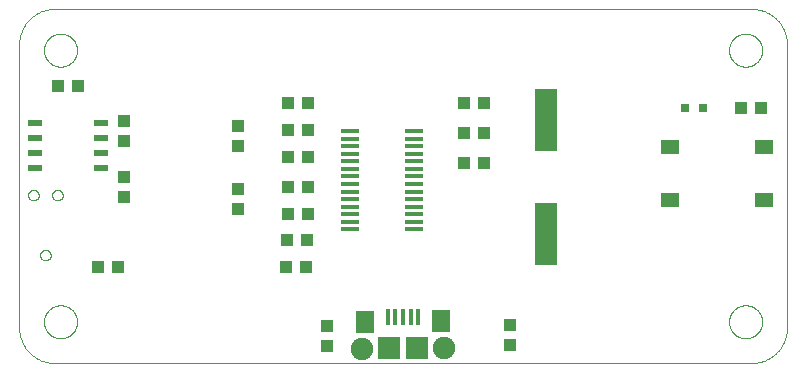
<source format=gtp>
G04 EAGLE Gerber RS-274X export*
G75*
%MOMM*%
%FSLAX34Y34*%
%LPD*%
%INTop solder paste for stencil*%
%IPPOS*%
%AMOC8*
5,1,8,0,0,1.08239X$1,22.5*%
G01*
%ADD10C,0.000000*%
%ADD11R,1.100000X1.000000*%
%ADD12R,1.000000X1.100000*%
%ADD13R,1.500000X0.350000*%
%ADD14R,1.930400X5.334000*%
%ADD15R,0.350000X1.400000*%
%ADD16R,1.546000X1.900000*%
%ADD17R,1.900000X1.900000*%
%ADD18C,1.900000*%
%ADD19R,1.200000X0.600000*%
%ADD20R,1.550000X1.300000*%
%ADD21R,0.800000X0.800000*%


D10*
X29993Y49D02*
X619993Y49D01*
X649993Y30049D02*
X649993Y270000D01*
X619993Y300000D02*
X29993Y300000D01*
X-7Y270000D02*
X-7Y30049D01*
X2Y29324D01*
X28Y28600D01*
X72Y27876D01*
X133Y27154D01*
X212Y26433D01*
X308Y25714D01*
X421Y24998D01*
X552Y24285D01*
X700Y23575D01*
X865Y22870D01*
X1047Y22168D01*
X1246Y21471D01*
X1461Y20778D01*
X1694Y20092D01*
X1943Y19411D01*
X2208Y18736D01*
X2489Y18068D01*
X2787Y17407D01*
X3100Y16753D01*
X3429Y16107D01*
X3774Y15469D01*
X4134Y14840D01*
X4509Y14220D01*
X4899Y13609D01*
X5303Y13007D01*
X5722Y12415D01*
X6156Y11834D01*
X6603Y11263D01*
X7064Y10704D01*
X7538Y10155D01*
X8025Y9619D01*
X8525Y9094D01*
X9038Y8581D01*
X9563Y8081D01*
X10099Y7594D01*
X10648Y7120D01*
X11207Y6659D01*
X11778Y6212D01*
X12359Y5778D01*
X12951Y5359D01*
X13553Y4955D01*
X14164Y4565D01*
X14784Y4190D01*
X15413Y3830D01*
X16051Y3485D01*
X16697Y3156D01*
X17351Y2843D01*
X18012Y2545D01*
X18680Y2264D01*
X19355Y1999D01*
X20036Y1750D01*
X20722Y1517D01*
X21415Y1302D01*
X22112Y1103D01*
X22814Y921D01*
X23519Y756D01*
X24229Y608D01*
X24942Y477D01*
X25658Y364D01*
X26377Y268D01*
X27098Y189D01*
X27820Y128D01*
X28544Y84D01*
X29268Y58D01*
X29993Y49D01*
X619993Y49D02*
X620718Y58D01*
X621442Y84D01*
X622166Y128D01*
X622888Y189D01*
X623609Y268D01*
X624328Y364D01*
X625044Y477D01*
X625757Y608D01*
X626467Y756D01*
X627172Y921D01*
X627874Y1103D01*
X628571Y1302D01*
X629264Y1517D01*
X629950Y1750D01*
X630631Y1999D01*
X631306Y2264D01*
X631974Y2545D01*
X632635Y2843D01*
X633289Y3156D01*
X633935Y3485D01*
X634573Y3830D01*
X635202Y4190D01*
X635822Y4565D01*
X636433Y4955D01*
X637035Y5359D01*
X637627Y5778D01*
X638208Y6212D01*
X638779Y6659D01*
X639338Y7120D01*
X639887Y7594D01*
X640423Y8081D01*
X640948Y8581D01*
X641461Y9094D01*
X641961Y9619D01*
X642448Y10155D01*
X642922Y10704D01*
X643383Y11263D01*
X643830Y11834D01*
X644264Y12415D01*
X644683Y13007D01*
X645087Y13609D01*
X645477Y14220D01*
X645852Y14840D01*
X646212Y15469D01*
X646557Y16107D01*
X646886Y16753D01*
X647199Y17407D01*
X647497Y18068D01*
X647778Y18736D01*
X648043Y19411D01*
X648292Y20092D01*
X648525Y20778D01*
X648740Y21471D01*
X648939Y22168D01*
X649121Y22870D01*
X649286Y23575D01*
X649434Y24285D01*
X649565Y24998D01*
X649678Y25714D01*
X649774Y26433D01*
X649853Y27154D01*
X649914Y27876D01*
X649958Y28600D01*
X649984Y29324D01*
X649993Y30049D01*
X649993Y270000D02*
X649984Y270725D01*
X649958Y271449D01*
X649914Y272173D01*
X649853Y272895D01*
X649774Y273616D01*
X649678Y274335D01*
X649565Y275051D01*
X649434Y275764D01*
X649286Y276474D01*
X649121Y277179D01*
X648939Y277881D01*
X648740Y278578D01*
X648525Y279271D01*
X648292Y279957D01*
X648043Y280638D01*
X647778Y281313D01*
X647497Y281981D01*
X647199Y282642D01*
X646886Y283296D01*
X646557Y283942D01*
X646212Y284580D01*
X645852Y285209D01*
X645477Y285829D01*
X645087Y286440D01*
X644683Y287042D01*
X644264Y287634D01*
X643830Y288215D01*
X643383Y288786D01*
X642922Y289345D01*
X642448Y289894D01*
X641961Y290430D01*
X641461Y290955D01*
X640948Y291468D01*
X640423Y291968D01*
X639887Y292455D01*
X639338Y292929D01*
X638779Y293390D01*
X638208Y293837D01*
X637627Y294271D01*
X637035Y294690D01*
X636433Y295094D01*
X635822Y295484D01*
X635202Y295859D01*
X634573Y296219D01*
X633935Y296564D01*
X633289Y296893D01*
X632635Y297206D01*
X631974Y297504D01*
X631306Y297785D01*
X630631Y298050D01*
X629950Y298299D01*
X629264Y298532D01*
X628571Y298747D01*
X627874Y298946D01*
X627172Y299128D01*
X626467Y299293D01*
X625757Y299441D01*
X625044Y299572D01*
X624328Y299685D01*
X623609Y299781D01*
X622888Y299860D01*
X622166Y299921D01*
X621442Y299965D01*
X620718Y299991D01*
X619993Y300000D01*
X29993Y300000D02*
X29268Y299991D01*
X28544Y299965D01*
X27820Y299921D01*
X27098Y299860D01*
X26377Y299781D01*
X25658Y299685D01*
X24942Y299572D01*
X24229Y299441D01*
X23519Y299293D01*
X22814Y299128D01*
X22112Y298946D01*
X21415Y298747D01*
X20722Y298532D01*
X20036Y298299D01*
X19355Y298050D01*
X18680Y297785D01*
X18012Y297504D01*
X17351Y297206D01*
X16697Y296893D01*
X16051Y296564D01*
X15413Y296219D01*
X14784Y295859D01*
X14164Y295484D01*
X13553Y295094D01*
X12951Y294690D01*
X12359Y294271D01*
X11778Y293837D01*
X11207Y293390D01*
X10648Y292929D01*
X10099Y292455D01*
X9563Y291968D01*
X9038Y291468D01*
X8525Y290955D01*
X8025Y290430D01*
X7538Y289894D01*
X7064Y289345D01*
X6603Y288786D01*
X6156Y288215D01*
X5722Y287634D01*
X5303Y287042D01*
X4899Y286440D01*
X4509Y285829D01*
X4134Y285209D01*
X3774Y284580D01*
X3429Y283942D01*
X3100Y283296D01*
X2787Y282642D01*
X2489Y281981D01*
X2208Y281313D01*
X1943Y280638D01*
X1694Y279957D01*
X1461Y279271D01*
X1246Y278578D01*
X1047Y277881D01*
X865Y277179D01*
X700Y276474D01*
X552Y275764D01*
X421Y275051D01*
X308Y274335D01*
X212Y273616D01*
X133Y272895D01*
X72Y272173D01*
X28Y271449D01*
X2Y270725D01*
X-7Y270000D01*
X20993Y265000D02*
X20997Y265344D01*
X21010Y265687D01*
X21031Y266030D01*
X21060Y266372D01*
X21098Y266714D01*
X21145Y267054D01*
X21199Y267393D01*
X21262Y267731D01*
X21333Y268067D01*
X21413Y268402D01*
X21500Y268734D01*
X21596Y269064D01*
X21700Y269392D01*
X21811Y269716D01*
X21931Y270039D01*
X22059Y270358D01*
X22194Y270673D01*
X22337Y270986D01*
X22488Y271295D01*
X22646Y271600D01*
X22812Y271901D01*
X22985Y272197D01*
X23165Y272490D01*
X23352Y272778D01*
X23547Y273061D01*
X23748Y273340D01*
X23956Y273613D01*
X24171Y273882D01*
X24392Y274144D01*
X24620Y274402D01*
X24854Y274654D01*
X25094Y274899D01*
X25339Y275139D01*
X25591Y275373D01*
X25849Y275601D01*
X26111Y275822D01*
X26380Y276037D01*
X26653Y276245D01*
X26932Y276446D01*
X27215Y276641D01*
X27503Y276828D01*
X27796Y277008D01*
X28092Y277181D01*
X28393Y277347D01*
X28698Y277505D01*
X29007Y277656D01*
X29320Y277799D01*
X29635Y277934D01*
X29954Y278062D01*
X30277Y278182D01*
X30601Y278293D01*
X30929Y278397D01*
X31259Y278493D01*
X31591Y278580D01*
X31926Y278660D01*
X32262Y278731D01*
X32600Y278794D01*
X32939Y278848D01*
X33279Y278895D01*
X33621Y278933D01*
X33963Y278962D01*
X34306Y278983D01*
X34649Y278996D01*
X34993Y279000D01*
X35337Y278996D01*
X35680Y278983D01*
X36023Y278962D01*
X36365Y278933D01*
X36707Y278895D01*
X37047Y278848D01*
X37386Y278794D01*
X37724Y278731D01*
X38060Y278660D01*
X38395Y278580D01*
X38727Y278493D01*
X39057Y278397D01*
X39385Y278293D01*
X39709Y278182D01*
X40032Y278062D01*
X40351Y277934D01*
X40666Y277799D01*
X40979Y277656D01*
X41288Y277505D01*
X41593Y277347D01*
X41894Y277181D01*
X42190Y277008D01*
X42483Y276828D01*
X42771Y276641D01*
X43054Y276446D01*
X43333Y276245D01*
X43606Y276037D01*
X43875Y275822D01*
X44137Y275601D01*
X44395Y275373D01*
X44647Y275139D01*
X44892Y274899D01*
X45132Y274654D01*
X45366Y274402D01*
X45594Y274144D01*
X45815Y273882D01*
X46030Y273613D01*
X46238Y273340D01*
X46439Y273061D01*
X46634Y272778D01*
X46821Y272490D01*
X47001Y272197D01*
X47174Y271901D01*
X47340Y271600D01*
X47498Y271295D01*
X47649Y270986D01*
X47792Y270673D01*
X47927Y270358D01*
X48055Y270039D01*
X48175Y269716D01*
X48286Y269392D01*
X48390Y269064D01*
X48486Y268734D01*
X48573Y268402D01*
X48653Y268067D01*
X48724Y267731D01*
X48787Y267393D01*
X48841Y267054D01*
X48888Y266714D01*
X48926Y266372D01*
X48955Y266030D01*
X48976Y265687D01*
X48989Y265344D01*
X48993Y265000D01*
X48989Y264656D01*
X48976Y264313D01*
X48955Y263970D01*
X48926Y263628D01*
X48888Y263286D01*
X48841Y262946D01*
X48787Y262607D01*
X48724Y262269D01*
X48653Y261933D01*
X48573Y261598D01*
X48486Y261266D01*
X48390Y260936D01*
X48286Y260608D01*
X48175Y260284D01*
X48055Y259961D01*
X47927Y259642D01*
X47792Y259327D01*
X47649Y259014D01*
X47498Y258705D01*
X47340Y258400D01*
X47174Y258099D01*
X47001Y257803D01*
X46821Y257510D01*
X46634Y257222D01*
X46439Y256939D01*
X46238Y256660D01*
X46030Y256387D01*
X45815Y256118D01*
X45594Y255856D01*
X45366Y255598D01*
X45132Y255346D01*
X44892Y255101D01*
X44647Y254861D01*
X44395Y254627D01*
X44137Y254399D01*
X43875Y254178D01*
X43606Y253963D01*
X43333Y253755D01*
X43054Y253554D01*
X42771Y253359D01*
X42483Y253172D01*
X42190Y252992D01*
X41894Y252819D01*
X41593Y252653D01*
X41288Y252495D01*
X40979Y252344D01*
X40666Y252201D01*
X40351Y252066D01*
X40032Y251938D01*
X39709Y251818D01*
X39385Y251707D01*
X39057Y251603D01*
X38727Y251507D01*
X38395Y251420D01*
X38060Y251340D01*
X37724Y251269D01*
X37386Y251206D01*
X37047Y251152D01*
X36707Y251105D01*
X36365Y251067D01*
X36023Y251038D01*
X35680Y251017D01*
X35337Y251004D01*
X34993Y251000D01*
X34649Y251004D01*
X34306Y251017D01*
X33963Y251038D01*
X33621Y251067D01*
X33279Y251105D01*
X32939Y251152D01*
X32600Y251206D01*
X32262Y251269D01*
X31926Y251340D01*
X31591Y251420D01*
X31259Y251507D01*
X30929Y251603D01*
X30601Y251707D01*
X30277Y251818D01*
X29954Y251938D01*
X29635Y252066D01*
X29320Y252201D01*
X29007Y252344D01*
X28698Y252495D01*
X28393Y252653D01*
X28092Y252819D01*
X27796Y252992D01*
X27503Y253172D01*
X27215Y253359D01*
X26932Y253554D01*
X26653Y253755D01*
X26380Y253963D01*
X26111Y254178D01*
X25849Y254399D01*
X25591Y254627D01*
X25339Y254861D01*
X25094Y255101D01*
X24854Y255346D01*
X24620Y255598D01*
X24392Y255856D01*
X24171Y256118D01*
X23956Y256387D01*
X23748Y256660D01*
X23547Y256939D01*
X23352Y257222D01*
X23165Y257510D01*
X22985Y257803D01*
X22812Y258099D01*
X22646Y258400D01*
X22488Y258705D01*
X22337Y259014D01*
X22194Y259327D01*
X22059Y259642D01*
X21931Y259961D01*
X21811Y260284D01*
X21700Y260608D01*
X21596Y260936D01*
X21500Y261266D01*
X21413Y261598D01*
X21333Y261933D01*
X21262Y262269D01*
X21199Y262607D01*
X21145Y262946D01*
X21098Y263286D01*
X21060Y263628D01*
X21031Y263970D01*
X21010Y264313D01*
X20997Y264656D01*
X20993Y265000D01*
X600993Y265000D02*
X600997Y265344D01*
X601010Y265687D01*
X601031Y266030D01*
X601060Y266372D01*
X601098Y266714D01*
X601145Y267054D01*
X601199Y267393D01*
X601262Y267731D01*
X601333Y268067D01*
X601413Y268402D01*
X601500Y268734D01*
X601596Y269064D01*
X601700Y269392D01*
X601811Y269716D01*
X601931Y270039D01*
X602059Y270358D01*
X602194Y270673D01*
X602337Y270986D01*
X602488Y271295D01*
X602646Y271600D01*
X602812Y271901D01*
X602985Y272197D01*
X603165Y272490D01*
X603352Y272778D01*
X603547Y273061D01*
X603748Y273340D01*
X603956Y273613D01*
X604171Y273882D01*
X604392Y274144D01*
X604620Y274402D01*
X604854Y274654D01*
X605094Y274899D01*
X605339Y275139D01*
X605591Y275373D01*
X605849Y275601D01*
X606111Y275822D01*
X606380Y276037D01*
X606653Y276245D01*
X606932Y276446D01*
X607215Y276641D01*
X607503Y276828D01*
X607796Y277008D01*
X608092Y277181D01*
X608393Y277347D01*
X608698Y277505D01*
X609007Y277656D01*
X609320Y277799D01*
X609635Y277934D01*
X609954Y278062D01*
X610277Y278182D01*
X610601Y278293D01*
X610929Y278397D01*
X611259Y278493D01*
X611591Y278580D01*
X611926Y278660D01*
X612262Y278731D01*
X612600Y278794D01*
X612939Y278848D01*
X613279Y278895D01*
X613621Y278933D01*
X613963Y278962D01*
X614306Y278983D01*
X614649Y278996D01*
X614993Y279000D01*
X615337Y278996D01*
X615680Y278983D01*
X616023Y278962D01*
X616365Y278933D01*
X616707Y278895D01*
X617047Y278848D01*
X617386Y278794D01*
X617724Y278731D01*
X618060Y278660D01*
X618395Y278580D01*
X618727Y278493D01*
X619057Y278397D01*
X619385Y278293D01*
X619709Y278182D01*
X620032Y278062D01*
X620351Y277934D01*
X620666Y277799D01*
X620979Y277656D01*
X621288Y277505D01*
X621593Y277347D01*
X621894Y277181D01*
X622190Y277008D01*
X622483Y276828D01*
X622771Y276641D01*
X623054Y276446D01*
X623333Y276245D01*
X623606Y276037D01*
X623875Y275822D01*
X624137Y275601D01*
X624395Y275373D01*
X624647Y275139D01*
X624892Y274899D01*
X625132Y274654D01*
X625366Y274402D01*
X625594Y274144D01*
X625815Y273882D01*
X626030Y273613D01*
X626238Y273340D01*
X626439Y273061D01*
X626634Y272778D01*
X626821Y272490D01*
X627001Y272197D01*
X627174Y271901D01*
X627340Y271600D01*
X627498Y271295D01*
X627649Y270986D01*
X627792Y270673D01*
X627927Y270358D01*
X628055Y270039D01*
X628175Y269716D01*
X628286Y269392D01*
X628390Y269064D01*
X628486Y268734D01*
X628573Y268402D01*
X628653Y268067D01*
X628724Y267731D01*
X628787Y267393D01*
X628841Y267054D01*
X628888Y266714D01*
X628926Y266372D01*
X628955Y266030D01*
X628976Y265687D01*
X628989Y265344D01*
X628993Y265000D01*
X628989Y264656D01*
X628976Y264313D01*
X628955Y263970D01*
X628926Y263628D01*
X628888Y263286D01*
X628841Y262946D01*
X628787Y262607D01*
X628724Y262269D01*
X628653Y261933D01*
X628573Y261598D01*
X628486Y261266D01*
X628390Y260936D01*
X628286Y260608D01*
X628175Y260284D01*
X628055Y259961D01*
X627927Y259642D01*
X627792Y259327D01*
X627649Y259014D01*
X627498Y258705D01*
X627340Y258400D01*
X627174Y258099D01*
X627001Y257803D01*
X626821Y257510D01*
X626634Y257222D01*
X626439Y256939D01*
X626238Y256660D01*
X626030Y256387D01*
X625815Y256118D01*
X625594Y255856D01*
X625366Y255598D01*
X625132Y255346D01*
X624892Y255101D01*
X624647Y254861D01*
X624395Y254627D01*
X624137Y254399D01*
X623875Y254178D01*
X623606Y253963D01*
X623333Y253755D01*
X623054Y253554D01*
X622771Y253359D01*
X622483Y253172D01*
X622190Y252992D01*
X621894Y252819D01*
X621593Y252653D01*
X621288Y252495D01*
X620979Y252344D01*
X620666Y252201D01*
X620351Y252066D01*
X620032Y251938D01*
X619709Y251818D01*
X619385Y251707D01*
X619057Y251603D01*
X618727Y251507D01*
X618395Y251420D01*
X618060Y251340D01*
X617724Y251269D01*
X617386Y251206D01*
X617047Y251152D01*
X616707Y251105D01*
X616365Y251067D01*
X616023Y251038D01*
X615680Y251017D01*
X615337Y251004D01*
X614993Y251000D01*
X614649Y251004D01*
X614306Y251017D01*
X613963Y251038D01*
X613621Y251067D01*
X613279Y251105D01*
X612939Y251152D01*
X612600Y251206D01*
X612262Y251269D01*
X611926Y251340D01*
X611591Y251420D01*
X611259Y251507D01*
X610929Y251603D01*
X610601Y251707D01*
X610277Y251818D01*
X609954Y251938D01*
X609635Y252066D01*
X609320Y252201D01*
X609007Y252344D01*
X608698Y252495D01*
X608393Y252653D01*
X608092Y252819D01*
X607796Y252992D01*
X607503Y253172D01*
X607215Y253359D01*
X606932Y253554D01*
X606653Y253755D01*
X606380Y253963D01*
X606111Y254178D01*
X605849Y254399D01*
X605591Y254627D01*
X605339Y254861D01*
X605094Y255101D01*
X604854Y255346D01*
X604620Y255598D01*
X604392Y255856D01*
X604171Y256118D01*
X603956Y256387D01*
X603748Y256660D01*
X603547Y256939D01*
X603352Y257222D01*
X603165Y257510D01*
X602985Y257803D01*
X602812Y258099D01*
X602646Y258400D01*
X602488Y258705D01*
X602337Y259014D01*
X602194Y259327D01*
X602059Y259642D01*
X601931Y259961D01*
X601811Y260284D01*
X601700Y260608D01*
X601596Y260936D01*
X601500Y261266D01*
X601413Y261598D01*
X601333Y261933D01*
X601262Y262269D01*
X601199Y262607D01*
X601145Y262946D01*
X601098Y263286D01*
X601060Y263628D01*
X601031Y263970D01*
X601010Y264313D01*
X600997Y264656D01*
X600993Y265000D01*
X20993Y35049D02*
X20997Y35393D01*
X21010Y35736D01*
X21031Y36079D01*
X21060Y36421D01*
X21098Y36763D01*
X21145Y37103D01*
X21199Y37442D01*
X21262Y37780D01*
X21333Y38116D01*
X21413Y38451D01*
X21500Y38783D01*
X21596Y39113D01*
X21700Y39441D01*
X21811Y39765D01*
X21931Y40088D01*
X22059Y40407D01*
X22194Y40722D01*
X22337Y41035D01*
X22488Y41344D01*
X22646Y41649D01*
X22812Y41950D01*
X22985Y42246D01*
X23165Y42539D01*
X23352Y42827D01*
X23547Y43110D01*
X23748Y43389D01*
X23956Y43662D01*
X24171Y43931D01*
X24392Y44193D01*
X24620Y44451D01*
X24854Y44703D01*
X25094Y44948D01*
X25339Y45188D01*
X25591Y45422D01*
X25849Y45650D01*
X26111Y45871D01*
X26380Y46086D01*
X26653Y46294D01*
X26932Y46495D01*
X27215Y46690D01*
X27503Y46877D01*
X27796Y47057D01*
X28092Y47230D01*
X28393Y47396D01*
X28698Y47554D01*
X29007Y47705D01*
X29320Y47848D01*
X29635Y47983D01*
X29954Y48111D01*
X30277Y48231D01*
X30601Y48342D01*
X30929Y48446D01*
X31259Y48542D01*
X31591Y48629D01*
X31926Y48709D01*
X32262Y48780D01*
X32600Y48843D01*
X32939Y48897D01*
X33279Y48944D01*
X33621Y48982D01*
X33963Y49011D01*
X34306Y49032D01*
X34649Y49045D01*
X34993Y49049D01*
X35337Y49045D01*
X35680Y49032D01*
X36023Y49011D01*
X36365Y48982D01*
X36707Y48944D01*
X37047Y48897D01*
X37386Y48843D01*
X37724Y48780D01*
X38060Y48709D01*
X38395Y48629D01*
X38727Y48542D01*
X39057Y48446D01*
X39385Y48342D01*
X39709Y48231D01*
X40032Y48111D01*
X40351Y47983D01*
X40666Y47848D01*
X40979Y47705D01*
X41288Y47554D01*
X41593Y47396D01*
X41894Y47230D01*
X42190Y47057D01*
X42483Y46877D01*
X42771Y46690D01*
X43054Y46495D01*
X43333Y46294D01*
X43606Y46086D01*
X43875Y45871D01*
X44137Y45650D01*
X44395Y45422D01*
X44647Y45188D01*
X44892Y44948D01*
X45132Y44703D01*
X45366Y44451D01*
X45594Y44193D01*
X45815Y43931D01*
X46030Y43662D01*
X46238Y43389D01*
X46439Y43110D01*
X46634Y42827D01*
X46821Y42539D01*
X47001Y42246D01*
X47174Y41950D01*
X47340Y41649D01*
X47498Y41344D01*
X47649Y41035D01*
X47792Y40722D01*
X47927Y40407D01*
X48055Y40088D01*
X48175Y39765D01*
X48286Y39441D01*
X48390Y39113D01*
X48486Y38783D01*
X48573Y38451D01*
X48653Y38116D01*
X48724Y37780D01*
X48787Y37442D01*
X48841Y37103D01*
X48888Y36763D01*
X48926Y36421D01*
X48955Y36079D01*
X48976Y35736D01*
X48989Y35393D01*
X48993Y35049D01*
X48989Y34705D01*
X48976Y34362D01*
X48955Y34019D01*
X48926Y33677D01*
X48888Y33335D01*
X48841Y32995D01*
X48787Y32656D01*
X48724Y32318D01*
X48653Y31982D01*
X48573Y31647D01*
X48486Y31315D01*
X48390Y30985D01*
X48286Y30657D01*
X48175Y30333D01*
X48055Y30010D01*
X47927Y29691D01*
X47792Y29376D01*
X47649Y29063D01*
X47498Y28754D01*
X47340Y28449D01*
X47174Y28148D01*
X47001Y27852D01*
X46821Y27559D01*
X46634Y27271D01*
X46439Y26988D01*
X46238Y26709D01*
X46030Y26436D01*
X45815Y26167D01*
X45594Y25905D01*
X45366Y25647D01*
X45132Y25395D01*
X44892Y25150D01*
X44647Y24910D01*
X44395Y24676D01*
X44137Y24448D01*
X43875Y24227D01*
X43606Y24012D01*
X43333Y23804D01*
X43054Y23603D01*
X42771Y23408D01*
X42483Y23221D01*
X42190Y23041D01*
X41894Y22868D01*
X41593Y22702D01*
X41288Y22544D01*
X40979Y22393D01*
X40666Y22250D01*
X40351Y22115D01*
X40032Y21987D01*
X39709Y21867D01*
X39385Y21756D01*
X39057Y21652D01*
X38727Y21556D01*
X38395Y21469D01*
X38060Y21389D01*
X37724Y21318D01*
X37386Y21255D01*
X37047Y21201D01*
X36707Y21154D01*
X36365Y21116D01*
X36023Y21087D01*
X35680Y21066D01*
X35337Y21053D01*
X34993Y21049D01*
X34649Y21053D01*
X34306Y21066D01*
X33963Y21087D01*
X33621Y21116D01*
X33279Y21154D01*
X32939Y21201D01*
X32600Y21255D01*
X32262Y21318D01*
X31926Y21389D01*
X31591Y21469D01*
X31259Y21556D01*
X30929Y21652D01*
X30601Y21756D01*
X30277Y21867D01*
X29954Y21987D01*
X29635Y22115D01*
X29320Y22250D01*
X29007Y22393D01*
X28698Y22544D01*
X28393Y22702D01*
X28092Y22868D01*
X27796Y23041D01*
X27503Y23221D01*
X27215Y23408D01*
X26932Y23603D01*
X26653Y23804D01*
X26380Y24012D01*
X26111Y24227D01*
X25849Y24448D01*
X25591Y24676D01*
X25339Y24910D01*
X25094Y25150D01*
X24854Y25395D01*
X24620Y25647D01*
X24392Y25905D01*
X24171Y26167D01*
X23956Y26436D01*
X23748Y26709D01*
X23547Y26988D01*
X23352Y27271D01*
X23165Y27559D01*
X22985Y27852D01*
X22812Y28148D01*
X22646Y28449D01*
X22488Y28754D01*
X22337Y29063D01*
X22194Y29376D01*
X22059Y29691D01*
X21931Y30010D01*
X21811Y30333D01*
X21700Y30657D01*
X21596Y30985D01*
X21500Y31315D01*
X21413Y31647D01*
X21333Y31982D01*
X21262Y32318D01*
X21199Y32656D01*
X21145Y32995D01*
X21098Y33335D01*
X21060Y33677D01*
X21031Y34019D01*
X21010Y34362D01*
X20997Y34705D01*
X20993Y35049D01*
X600993Y35049D02*
X600997Y35393D01*
X601010Y35736D01*
X601031Y36079D01*
X601060Y36421D01*
X601098Y36763D01*
X601145Y37103D01*
X601199Y37442D01*
X601262Y37780D01*
X601333Y38116D01*
X601413Y38451D01*
X601500Y38783D01*
X601596Y39113D01*
X601700Y39441D01*
X601811Y39765D01*
X601931Y40088D01*
X602059Y40407D01*
X602194Y40722D01*
X602337Y41035D01*
X602488Y41344D01*
X602646Y41649D01*
X602812Y41950D01*
X602985Y42246D01*
X603165Y42539D01*
X603352Y42827D01*
X603547Y43110D01*
X603748Y43389D01*
X603956Y43662D01*
X604171Y43931D01*
X604392Y44193D01*
X604620Y44451D01*
X604854Y44703D01*
X605094Y44948D01*
X605339Y45188D01*
X605591Y45422D01*
X605849Y45650D01*
X606111Y45871D01*
X606380Y46086D01*
X606653Y46294D01*
X606932Y46495D01*
X607215Y46690D01*
X607503Y46877D01*
X607796Y47057D01*
X608092Y47230D01*
X608393Y47396D01*
X608698Y47554D01*
X609007Y47705D01*
X609320Y47848D01*
X609635Y47983D01*
X609954Y48111D01*
X610277Y48231D01*
X610601Y48342D01*
X610929Y48446D01*
X611259Y48542D01*
X611591Y48629D01*
X611926Y48709D01*
X612262Y48780D01*
X612600Y48843D01*
X612939Y48897D01*
X613279Y48944D01*
X613621Y48982D01*
X613963Y49011D01*
X614306Y49032D01*
X614649Y49045D01*
X614993Y49049D01*
X615337Y49045D01*
X615680Y49032D01*
X616023Y49011D01*
X616365Y48982D01*
X616707Y48944D01*
X617047Y48897D01*
X617386Y48843D01*
X617724Y48780D01*
X618060Y48709D01*
X618395Y48629D01*
X618727Y48542D01*
X619057Y48446D01*
X619385Y48342D01*
X619709Y48231D01*
X620032Y48111D01*
X620351Y47983D01*
X620666Y47848D01*
X620979Y47705D01*
X621288Y47554D01*
X621593Y47396D01*
X621894Y47230D01*
X622190Y47057D01*
X622483Y46877D01*
X622771Y46690D01*
X623054Y46495D01*
X623333Y46294D01*
X623606Y46086D01*
X623875Y45871D01*
X624137Y45650D01*
X624395Y45422D01*
X624647Y45188D01*
X624892Y44948D01*
X625132Y44703D01*
X625366Y44451D01*
X625594Y44193D01*
X625815Y43931D01*
X626030Y43662D01*
X626238Y43389D01*
X626439Y43110D01*
X626634Y42827D01*
X626821Y42539D01*
X627001Y42246D01*
X627174Y41950D01*
X627340Y41649D01*
X627498Y41344D01*
X627649Y41035D01*
X627792Y40722D01*
X627927Y40407D01*
X628055Y40088D01*
X628175Y39765D01*
X628286Y39441D01*
X628390Y39113D01*
X628486Y38783D01*
X628573Y38451D01*
X628653Y38116D01*
X628724Y37780D01*
X628787Y37442D01*
X628841Y37103D01*
X628888Y36763D01*
X628926Y36421D01*
X628955Y36079D01*
X628976Y35736D01*
X628989Y35393D01*
X628993Y35049D01*
X628989Y34705D01*
X628976Y34362D01*
X628955Y34019D01*
X628926Y33677D01*
X628888Y33335D01*
X628841Y32995D01*
X628787Y32656D01*
X628724Y32318D01*
X628653Y31982D01*
X628573Y31647D01*
X628486Y31315D01*
X628390Y30985D01*
X628286Y30657D01*
X628175Y30333D01*
X628055Y30010D01*
X627927Y29691D01*
X627792Y29376D01*
X627649Y29063D01*
X627498Y28754D01*
X627340Y28449D01*
X627174Y28148D01*
X627001Y27852D01*
X626821Y27559D01*
X626634Y27271D01*
X626439Y26988D01*
X626238Y26709D01*
X626030Y26436D01*
X625815Y26167D01*
X625594Y25905D01*
X625366Y25647D01*
X625132Y25395D01*
X624892Y25150D01*
X624647Y24910D01*
X624395Y24676D01*
X624137Y24448D01*
X623875Y24227D01*
X623606Y24012D01*
X623333Y23804D01*
X623054Y23603D01*
X622771Y23408D01*
X622483Y23221D01*
X622190Y23041D01*
X621894Y22868D01*
X621593Y22702D01*
X621288Y22544D01*
X620979Y22393D01*
X620666Y22250D01*
X620351Y22115D01*
X620032Y21987D01*
X619709Y21867D01*
X619385Y21756D01*
X619057Y21652D01*
X618727Y21556D01*
X618395Y21469D01*
X618060Y21389D01*
X617724Y21318D01*
X617386Y21255D01*
X617047Y21201D01*
X616707Y21154D01*
X616365Y21116D01*
X616023Y21087D01*
X615680Y21066D01*
X615337Y21053D01*
X614993Y21049D01*
X614649Y21053D01*
X614306Y21066D01*
X613963Y21087D01*
X613621Y21116D01*
X613279Y21154D01*
X612939Y21201D01*
X612600Y21255D01*
X612262Y21318D01*
X611926Y21389D01*
X611591Y21469D01*
X611259Y21556D01*
X610929Y21652D01*
X610601Y21756D01*
X610277Y21867D01*
X609954Y21987D01*
X609635Y22115D01*
X609320Y22250D01*
X609007Y22393D01*
X608698Y22544D01*
X608393Y22702D01*
X608092Y22868D01*
X607796Y23041D01*
X607503Y23221D01*
X607215Y23408D01*
X606932Y23603D01*
X606653Y23804D01*
X606380Y24012D01*
X606111Y24227D01*
X605849Y24448D01*
X605591Y24676D01*
X605339Y24910D01*
X605094Y25150D01*
X604854Y25395D01*
X604620Y25647D01*
X604392Y25905D01*
X604171Y26167D01*
X603956Y26436D01*
X603748Y26709D01*
X603547Y26988D01*
X603352Y27271D01*
X603165Y27559D01*
X602985Y27852D01*
X602812Y28148D01*
X602646Y28449D01*
X602488Y28754D01*
X602337Y29063D01*
X602194Y29376D01*
X602059Y29691D01*
X601931Y30010D01*
X601811Y30333D01*
X601700Y30657D01*
X601596Y30985D01*
X601500Y31315D01*
X601413Y31647D01*
X601333Y31982D01*
X601262Y32318D01*
X601199Y32656D01*
X601145Y32995D01*
X601098Y33335D01*
X601060Y33677D01*
X601031Y34019D01*
X601010Y34362D01*
X600997Y34705D01*
X600993Y35049D01*
D11*
X393945Y194945D03*
X376945Y194945D03*
X393945Y169545D03*
X376945Y169545D03*
X225815Y81280D03*
X242815Y81280D03*
X227085Y104140D03*
X244085Y104140D03*
D12*
X185420Y183905D03*
X185420Y200905D03*
X185420Y147565D03*
X185420Y130565D03*
X393945Y220345D03*
X376945Y220345D03*
X227720Y220345D03*
X244720Y220345D03*
X227720Y149225D03*
X244720Y149225D03*
X227720Y126365D03*
X244720Y126365D03*
X244720Y197485D03*
X227720Y197485D03*
X244720Y174625D03*
X227720Y174625D03*
D13*
X280340Y158140D03*
X334340Y158140D03*
X280340Y151940D03*
X334340Y151740D03*
X334340Y164540D03*
X280340Y164540D03*
X280340Y170940D03*
X334340Y170940D03*
X334340Y145340D03*
X334340Y138940D03*
X280340Y145340D03*
X280340Y138940D03*
X280340Y177340D03*
X280340Y132540D03*
X334340Y132540D03*
X334340Y177340D03*
X280340Y183740D03*
X334340Y183740D03*
X334340Y126140D03*
X280340Y126140D03*
X280340Y119740D03*
X334340Y119740D03*
X334340Y190140D03*
X280340Y190140D03*
X280340Y196540D03*
X334340Y196540D03*
X334340Y113340D03*
X280340Y113340D03*
D14*
X445770Y205740D03*
X445770Y109220D03*
D15*
X312000Y39200D03*
X338000Y39200D03*
X318500Y39200D03*
X325000Y39200D03*
X331500Y39200D03*
D16*
X292488Y35052D03*
X357258Y35560D03*
D17*
X313062Y12700D03*
X336684Y12700D03*
D18*
X289948Y12192D03*
X359798Y12954D03*
D12*
X260350Y14360D03*
X260350Y31360D03*
D11*
X67065Y81280D03*
X84065Y81280D03*
D12*
X415290Y15630D03*
X415290Y32630D03*
D11*
X49775Y234950D03*
X32775Y234950D03*
D19*
X13275Y203200D03*
X13275Y190500D03*
X13275Y177800D03*
X13275Y165100D03*
X69275Y165100D03*
X69275Y177800D03*
X69275Y190500D03*
X69275Y203200D03*
D11*
X88900Y188350D03*
X88900Y205350D03*
X88900Y157725D03*
X88900Y140725D03*
D10*
X17780Y91440D02*
X17782Y91573D01*
X17788Y91706D01*
X17798Y91838D01*
X17812Y91971D01*
X17830Y92102D01*
X17851Y92234D01*
X17877Y92364D01*
X17907Y92494D01*
X17940Y92623D01*
X17977Y92750D01*
X18019Y92877D01*
X18063Y93002D01*
X18112Y93126D01*
X18164Y93248D01*
X18220Y93369D01*
X18280Y93488D01*
X18343Y93605D01*
X18409Y93720D01*
X18479Y93833D01*
X18552Y93944D01*
X18629Y94053D01*
X18709Y94159D01*
X18792Y94263D01*
X18878Y94365D01*
X18967Y94463D01*
X19058Y94559D01*
X19153Y94653D01*
X19251Y94743D01*
X19351Y94831D01*
X19454Y94915D01*
X19559Y94997D01*
X19666Y95075D01*
X19776Y95150D01*
X19888Y95221D01*
X20003Y95289D01*
X20119Y95354D01*
X20237Y95416D01*
X20357Y95473D01*
X20478Y95527D01*
X20601Y95578D01*
X20726Y95624D01*
X20851Y95667D01*
X20979Y95707D01*
X21107Y95742D01*
X21236Y95774D01*
X21366Y95801D01*
X21497Y95825D01*
X21628Y95845D01*
X21760Y95861D01*
X21893Y95873D01*
X22026Y95881D01*
X22159Y95885D01*
X22291Y95885D01*
X22424Y95881D01*
X22557Y95873D01*
X22690Y95861D01*
X22822Y95845D01*
X22953Y95825D01*
X23084Y95801D01*
X23214Y95774D01*
X23343Y95742D01*
X23471Y95707D01*
X23599Y95667D01*
X23724Y95624D01*
X23849Y95578D01*
X23972Y95527D01*
X24093Y95473D01*
X24213Y95416D01*
X24331Y95354D01*
X24448Y95289D01*
X24562Y95221D01*
X24674Y95150D01*
X24784Y95075D01*
X24891Y94997D01*
X24996Y94915D01*
X25099Y94831D01*
X25199Y94743D01*
X25297Y94653D01*
X25392Y94559D01*
X25483Y94463D01*
X25572Y94365D01*
X25658Y94263D01*
X25741Y94159D01*
X25821Y94053D01*
X25898Y93944D01*
X25971Y93833D01*
X26041Y93720D01*
X26107Y93605D01*
X26170Y93488D01*
X26230Y93369D01*
X26286Y93248D01*
X26338Y93126D01*
X26387Y93002D01*
X26431Y92877D01*
X26473Y92750D01*
X26510Y92623D01*
X26543Y92494D01*
X26573Y92364D01*
X26599Y92234D01*
X26620Y92102D01*
X26638Y91971D01*
X26652Y91838D01*
X26662Y91706D01*
X26668Y91573D01*
X26670Y91440D01*
X26668Y91307D01*
X26662Y91174D01*
X26652Y91042D01*
X26638Y90909D01*
X26620Y90778D01*
X26599Y90646D01*
X26573Y90516D01*
X26543Y90386D01*
X26510Y90257D01*
X26473Y90130D01*
X26431Y90003D01*
X26387Y89878D01*
X26338Y89754D01*
X26286Y89632D01*
X26230Y89511D01*
X26170Y89392D01*
X26107Y89275D01*
X26041Y89160D01*
X25971Y89047D01*
X25898Y88936D01*
X25821Y88827D01*
X25741Y88721D01*
X25658Y88617D01*
X25572Y88515D01*
X25483Y88417D01*
X25392Y88321D01*
X25297Y88227D01*
X25199Y88137D01*
X25099Y88049D01*
X24996Y87965D01*
X24891Y87883D01*
X24784Y87805D01*
X24674Y87730D01*
X24562Y87659D01*
X24447Y87591D01*
X24331Y87526D01*
X24213Y87464D01*
X24093Y87407D01*
X23972Y87353D01*
X23849Y87302D01*
X23724Y87256D01*
X23599Y87213D01*
X23471Y87173D01*
X23343Y87138D01*
X23214Y87106D01*
X23084Y87079D01*
X22953Y87055D01*
X22822Y87035D01*
X22690Y87019D01*
X22557Y87007D01*
X22424Y86999D01*
X22291Y86995D01*
X22159Y86995D01*
X22026Y86999D01*
X21893Y87007D01*
X21760Y87019D01*
X21628Y87035D01*
X21497Y87055D01*
X21366Y87079D01*
X21236Y87106D01*
X21107Y87138D01*
X20979Y87173D01*
X20851Y87213D01*
X20726Y87256D01*
X20601Y87302D01*
X20478Y87353D01*
X20357Y87407D01*
X20237Y87464D01*
X20119Y87526D01*
X20002Y87591D01*
X19888Y87659D01*
X19776Y87730D01*
X19666Y87805D01*
X19559Y87883D01*
X19454Y87965D01*
X19351Y88049D01*
X19251Y88137D01*
X19153Y88227D01*
X19058Y88321D01*
X18967Y88417D01*
X18878Y88515D01*
X18792Y88617D01*
X18709Y88721D01*
X18629Y88827D01*
X18552Y88936D01*
X18479Y89047D01*
X18409Y89160D01*
X18343Y89275D01*
X18280Y89392D01*
X18220Y89511D01*
X18164Y89632D01*
X18112Y89754D01*
X18063Y89878D01*
X18019Y90003D01*
X17977Y90130D01*
X17940Y90257D01*
X17907Y90386D01*
X17877Y90516D01*
X17851Y90646D01*
X17830Y90778D01*
X17812Y90909D01*
X17798Y91042D01*
X17788Y91174D01*
X17782Y91307D01*
X17780Y91440D01*
X27940Y142240D02*
X27942Y142373D01*
X27948Y142506D01*
X27958Y142638D01*
X27972Y142771D01*
X27990Y142902D01*
X28011Y143034D01*
X28037Y143164D01*
X28067Y143294D01*
X28100Y143423D01*
X28137Y143550D01*
X28179Y143677D01*
X28223Y143802D01*
X28272Y143926D01*
X28324Y144048D01*
X28380Y144169D01*
X28440Y144288D01*
X28503Y144405D01*
X28569Y144520D01*
X28639Y144633D01*
X28712Y144744D01*
X28789Y144853D01*
X28869Y144959D01*
X28952Y145063D01*
X29038Y145165D01*
X29127Y145263D01*
X29218Y145359D01*
X29313Y145453D01*
X29411Y145543D01*
X29511Y145631D01*
X29614Y145715D01*
X29719Y145797D01*
X29826Y145875D01*
X29936Y145950D01*
X30048Y146021D01*
X30163Y146089D01*
X30279Y146154D01*
X30397Y146216D01*
X30517Y146273D01*
X30638Y146327D01*
X30761Y146378D01*
X30886Y146424D01*
X31011Y146467D01*
X31139Y146507D01*
X31267Y146542D01*
X31396Y146574D01*
X31526Y146601D01*
X31657Y146625D01*
X31788Y146645D01*
X31920Y146661D01*
X32053Y146673D01*
X32186Y146681D01*
X32319Y146685D01*
X32451Y146685D01*
X32584Y146681D01*
X32717Y146673D01*
X32850Y146661D01*
X32982Y146645D01*
X33113Y146625D01*
X33244Y146601D01*
X33374Y146574D01*
X33503Y146542D01*
X33631Y146507D01*
X33759Y146467D01*
X33884Y146424D01*
X34009Y146378D01*
X34132Y146327D01*
X34253Y146273D01*
X34373Y146216D01*
X34491Y146154D01*
X34608Y146089D01*
X34722Y146021D01*
X34834Y145950D01*
X34944Y145875D01*
X35051Y145797D01*
X35156Y145715D01*
X35259Y145631D01*
X35359Y145543D01*
X35457Y145453D01*
X35552Y145359D01*
X35643Y145263D01*
X35732Y145165D01*
X35818Y145063D01*
X35901Y144959D01*
X35981Y144853D01*
X36058Y144744D01*
X36131Y144633D01*
X36201Y144520D01*
X36267Y144405D01*
X36330Y144288D01*
X36390Y144169D01*
X36446Y144048D01*
X36498Y143926D01*
X36547Y143802D01*
X36591Y143677D01*
X36633Y143550D01*
X36670Y143423D01*
X36703Y143294D01*
X36733Y143164D01*
X36759Y143034D01*
X36780Y142902D01*
X36798Y142771D01*
X36812Y142638D01*
X36822Y142506D01*
X36828Y142373D01*
X36830Y142240D01*
X36828Y142107D01*
X36822Y141974D01*
X36812Y141842D01*
X36798Y141709D01*
X36780Y141578D01*
X36759Y141446D01*
X36733Y141316D01*
X36703Y141186D01*
X36670Y141057D01*
X36633Y140930D01*
X36591Y140803D01*
X36547Y140678D01*
X36498Y140554D01*
X36446Y140432D01*
X36390Y140311D01*
X36330Y140192D01*
X36267Y140075D01*
X36201Y139960D01*
X36131Y139847D01*
X36058Y139736D01*
X35981Y139627D01*
X35901Y139521D01*
X35818Y139417D01*
X35732Y139315D01*
X35643Y139217D01*
X35552Y139121D01*
X35457Y139027D01*
X35359Y138937D01*
X35259Y138849D01*
X35156Y138765D01*
X35051Y138683D01*
X34944Y138605D01*
X34834Y138530D01*
X34722Y138459D01*
X34607Y138391D01*
X34491Y138326D01*
X34373Y138264D01*
X34253Y138207D01*
X34132Y138153D01*
X34009Y138102D01*
X33884Y138056D01*
X33759Y138013D01*
X33631Y137973D01*
X33503Y137938D01*
X33374Y137906D01*
X33244Y137879D01*
X33113Y137855D01*
X32982Y137835D01*
X32850Y137819D01*
X32717Y137807D01*
X32584Y137799D01*
X32451Y137795D01*
X32319Y137795D01*
X32186Y137799D01*
X32053Y137807D01*
X31920Y137819D01*
X31788Y137835D01*
X31657Y137855D01*
X31526Y137879D01*
X31396Y137906D01*
X31267Y137938D01*
X31139Y137973D01*
X31011Y138013D01*
X30886Y138056D01*
X30761Y138102D01*
X30638Y138153D01*
X30517Y138207D01*
X30397Y138264D01*
X30279Y138326D01*
X30162Y138391D01*
X30048Y138459D01*
X29936Y138530D01*
X29826Y138605D01*
X29719Y138683D01*
X29614Y138765D01*
X29511Y138849D01*
X29411Y138937D01*
X29313Y139027D01*
X29218Y139121D01*
X29127Y139217D01*
X29038Y139315D01*
X28952Y139417D01*
X28869Y139521D01*
X28789Y139627D01*
X28712Y139736D01*
X28639Y139847D01*
X28569Y139960D01*
X28503Y140075D01*
X28440Y140192D01*
X28380Y140311D01*
X28324Y140432D01*
X28272Y140554D01*
X28223Y140678D01*
X28179Y140803D01*
X28137Y140930D01*
X28100Y141057D01*
X28067Y141186D01*
X28037Y141316D01*
X28011Y141446D01*
X27990Y141578D01*
X27972Y141709D01*
X27958Y141842D01*
X27948Y141974D01*
X27942Y142107D01*
X27940Y142240D01*
X7620Y142240D02*
X7622Y142373D01*
X7628Y142506D01*
X7638Y142638D01*
X7652Y142771D01*
X7670Y142902D01*
X7691Y143034D01*
X7717Y143164D01*
X7747Y143294D01*
X7780Y143423D01*
X7817Y143550D01*
X7859Y143677D01*
X7903Y143802D01*
X7952Y143926D01*
X8004Y144048D01*
X8060Y144169D01*
X8120Y144288D01*
X8183Y144405D01*
X8249Y144520D01*
X8319Y144633D01*
X8392Y144744D01*
X8469Y144853D01*
X8549Y144959D01*
X8632Y145063D01*
X8718Y145165D01*
X8807Y145263D01*
X8898Y145359D01*
X8993Y145453D01*
X9091Y145543D01*
X9191Y145631D01*
X9294Y145715D01*
X9399Y145797D01*
X9506Y145875D01*
X9616Y145950D01*
X9728Y146021D01*
X9843Y146089D01*
X9959Y146154D01*
X10077Y146216D01*
X10197Y146273D01*
X10318Y146327D01*
X10441Y146378D01*
X10566Y146424D01*
X10691Y146467D01*
X10819Y146507D01*
X10947Y146542D01*
X11076Y146574D01*
X11206Y146601D01*
X11337Y146625D01*
X11468Y146645D01*
X11600Y146661D01*
X11733Y146673D01*
X11866Y146681D01*
X11999Y146685D01*
X12131Y146685D01*
X12264Y146681D01*
X12397Y146673D01*
X12530Y146661D01*
X12662Y146645D01*
X12793Y146625D01*
X12924Y146601D01*
X13054Y146574D01*
X13183Y146542D01*
X13311Y146507D01*
X13439Y146467D01*
X13564Y146424D01*
X13689Y146378D01*
X13812Y146327D01*
X13933Y146273D01*
X14053Y146216D01*
X14171Y146154D01*
X14288Y146089D01*
X14402Y146021D01*
X14514Y145950D01*
X14624Y145875D01*
X14731Y145797D01*
X14836Y145715D01*
X14939Y145631D01*
X15039Y145543D01*
X15137Y145453D01*
X15232Y145359D01*
X15323Y145263D01*
X15412Y145165D01*
X15498Y145063D01*
X15581Y144959D01*
X15661Y144853D01*
X15738Y144744D01*
X15811Y144633D01*
X15881Y144520D01*
X15947Y144405D01*
X16010Y144288D01*
X16070Y144169D01*
X16126Y144048D01*
X16178Y143926D01*
X16227Y143802D01*
X16271Y143677D01*
X16313Y143550D01*
X16350Y143423D01*
X16383Y143294D01*
X16413Y143164D01*
X16439Y143034D01*
X16460Y142902D01*
X16478Y142771D01*
X16492Y142638D01*
X16502Y142506D01*
X16508Y142373D01*
X16510Y142240D01*
X16508Y142107D01*
X16502Y141974D01*
X16492Y141842D01*
X16478Y141709D01*
X16460Y141578D01*
X16439Y141446D01*
X16413Y141316D01*
X16383Y141186D01*
X16350Y141057D01*
X16313Y140930D01*
X16271Y140803D01*
X16227Y140678D01*
X16178Y140554D01*
X16126Y140432D01*
X16070Y140311D01*
X16010Y140192D01*
X15947Y140075D01*
X15881Y139960D01*
X15811Y139847D01*
X15738Y139736D01*
X15661Y139627D01*
X15581Y139521D01*
X15498Y139417D01*
X15412Y139315D01*
X15323Y139217D01*
X15232Y139121D01*
X15137Y139027D01*
X15039Y138937D01*
X14939Y138849D01*
X14836Y138765D01*
X14731Y138683D01*
X14624Y138605D01*
X14514Y138530D01*
X14402Y138459D01*
X14287Y138391D01*
X14171Y138326D01*
X14053Y138264D01*
X13933Y138207D01*
X13812Y138153D01*
X13689Y138102D01*
X13564Y138056D01*
X13439Y138013D01*
X13311Y137973D01*
X13183Y137938D01*
X13054Y137906D01*
X12924Y137879D01*
X12793Y137855D01*
X12662Y137835D01*
X12530Y137819D01*
X12397Y137807D01*
X12264Y137799D01*
X12131Y137795D01*
X11999Y137795D01*
X11866Y137799D01*
X11733Y137807D01*
X11600Y137819D01*
X11468Y137835D01*
X11337Y137855D01*
X11206Y137879D01*
X11076Y137906D01*
X10947Y137938D01*
X10819Y137973D01*
X10691Y138013D01*
X10566Y138056D01*
X10441Y138102D01*
X10318Y138153D01*
X10197Y138207D01*
X10077Y138264D01*
X9959Y138326D01*
X9842Y138391D01*
X9728Y138459D01*
X9616Y138530D01*
X9506Y138605D01*
X9399Y138683D01*
X9294Y138765D01*
X9191Y138849D01*
X9091Y138937D01*
X8993Y139027D01*
X8898Y139121D01*
X8807Y139217D01*
X8718Y139315D01*
X8632Y139417D01*
X8549Y139521D01*
X8469Y139627D01*
X8392Y139736D01*
X8319Y139847D01*
X8249Y139960D01*
X8183Y140075D01*
X8120Y140192D01*
X8060Y140311D01*
X8004Y140432D01*
X7952Y140554D01*
X7903Y140678D01*
X7859Y140803D01*
X7817Y140930D01*
X7780Y141057D01*
X7747Y141186D01*
X7717Y141316D01*
X7691Y141446D01*
X7670Y141578D01*
X7652Y141709D01*
X7638Y141842D01*
X7628Y141974D01*
X7622Y142107D01*
X7620Y142240D01*
D20*
X550800Y138155D03*
X630300Y138155D03*
X550800Y183155D03*
X630300Y183155D03*
D21*
X579000Y215900D03*
X564000Y215900D03*
D12*
X628260Y215900D03*
X611260Y215900D03*
M02*

</source>
